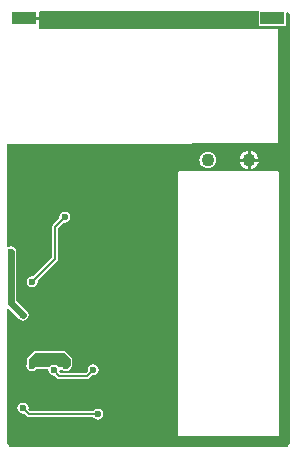
<source format=gbl>
G04*
G04 #@! TF.GenerationSoftware,Altium Limited,Altium Designer,20.2.5 (213)*
G04*
G04 Layer_Physical_Order=2*
G04 Layer_Color=16711680*
%FSLAX25Y25*%
%MOIN*%
G70*
G04*
G04 #@! TF.SameCoordinates,C660A1F6-99E0-4939-AC29-5E4AD158EB90*
G04*
G04*
G04 #@! TF.FilePolarity,Positive*
G04*
G01*
G75*
%ADD23R,0.07874X0.03937*%
%ADD54C,0.00787*%
%ADD58C,0.02362*%
%ADD59C,0.04331*%
%ADD60C,0.02362*%
G36*
X36772Y89027D02*
Y84031D01*
X45906D01*
Y88523D01*
X46256Y88757D01*
X46406Y88761D01*
X46873Y88294D01*
X47130Y87672D01*
Y87335D01*
Y-54134D01*
Y-54404D01*
X47025Y-54933D01*
X46818Y-55432D01*
X46518Y-55881D01*
X46152Y-56248D01*
X-46152D01*
X-46518Y-55881D01*
X-46818Y-55432D01*
X-47025Y-54933D01*
X-47130Y-54404D01*
Y-54134D01*
Y-10170D01*
X-46668Y-9978D01*
X-43038Y-13609D01*
X-42439Y-14009D01*
X-41732Y-14150D01*
X-41026Y-14009D01*
X-40427Y-13609D01*
X-40026Y-13010D01*
X-39886Y-12303D01*
X-40026Y-11597D01*
X-40427Y-10998D01*
X-44020Y-7404D01*
Y8760D01*
X-44160Y9466D01*
X-44561Y10065D01*
X-45160Y10466D01*
X-45866Y10606D01*
X-46573Y10466D01*
X-46689Y10388D01*
X-47130Y10624D01*
Y44880D01*
X14290D01*
X14536Y44929D01*
X14682Y45027D01*
X42618D01*
X42864Y45076D01*
X43072Y45215D01*
X43211Y45423D01*
X43260Y45669D01*
Y82530D01*
X43211Y82776D01*
X43072Y82984D01*
X42864Y83123D01*
X42618Y83172D01*
X-36375D01*
X-36402Y83661D01*
X-36402D01*
Y86130D01*
X-41339D01*
Y87130D01*
X-36402D01*
Y88674D01*
X-36048Y89028D01*
X36772Y89027D01*
D02*
G37*
%LPC*%
G36*
X34063Y42497D02*
Y39870D01*
X36690D01*
X36647Y40196D01*
X36328Y40966D01*
X35820Y41628D01*
X35159Y42135D01*
X34389Y42454D01*
X34063Y42497D01*
D02*
G37*
G36*
X33063D02*
X32737Y42454D01*
X31967Y42135D01*
X31305Y41628D01*
X30798Y40966D01*
X30479Y40196D01*
X30436Y39870D01*
X33063D01*
Y42497D01*
D02*
G37*
G36*
X19783Y42189D02*
X19054Y42093D01*
X18374Y41812D01*
X17790Y41364D01*
X17342Y40780D01*
X17060Y40100D01*
X16964Y39370D01*
X17060Y38640D01*
X17342Y37960D01*
X17790Y37376D01*
X18374Y36928D01*
X19054Y36647D01*
X19783Y36551D01*
X20513Y36647D01*
X21193Y36928D01*
X21777Y37376D01*
X22225Y37960D01*
X22507Y38640D01*
X22603Y39370D01*
X22507Y40100D01*
X22225Y40780D01*
X21777Y41364D01*
X21193Y41812D01*
X20513Y42093D01*
X19783Y42189D01*
D02*
G37*
G36*
X36690Y38870D02*
X34063D01*
Y36243D01*
X34389Y36286D01*
X35159Y36605D01*
X35820Y37113D01*
X36328Y37774D01*
X36647Y38544D01*
X36690Y38870D01*
D02*
G37*
G36*
X33063D02*
X30436D01*
X30479Y38544D01*
X30798Y37774D01*
X31305Y37113D01*
X31967Y36605D01*
X32737Y36286D01*
X33063Y36243D01*
Y38870D01*
D02*
G37*
G36*
X-27898Y22160D02*
X-28605Y22019D01*
X-29204Y21619D01*
X-29604Y21020D01*
X-29744Y20313D01*
X-29683Y20004D01*
X-31840Y17847D01*
X-32067Y17508D01*
X-32146Y17109D01*
X-32146Y17109D01*
Y6901D01*
X-38462Y585D01*
X-38771Y646D01*
X-39478Y506D01*
X-40077Y105D01*
X-40477Y-494D01*
X-40618Y-1200D01*
X-40477Y-1907D01*
X-40077Y-2506D01*
X-39478Y-2906D01*
X-38771Y-3047D01*
X-38065Y-2906D01*
X-37465Y-2506D01*
X-37065Y-1907D01*
X-36925Y-1200D01*
X-36986Y-891D01*
X-30364Y5731D01*
X-30364Y5731D01*
X-30138Y6069D01*
X-30059Y6469D01*
Y16677D01*
X-28207Y18529D01*
X-27898Y18467D01*
X-27191Y18608D01*
X-26592Y19008D01*
X-26192Y19607D01*
X-26052Y20313D01*
X-26192Y21020D01*
X-26592Y21619D01*
X-27191Y22019D01*
X-27898Y22160D01*
D02*
G37*
G36*
X-28179Y-24177D02*
X-28179Y-24177D01*
X-37090D01*
X-37101Y-24180D01*
X-37113Y-24178D01*
X-37753Y-24201D01*
X-37863Y-24227D01*
X-37975Y-24249D01*
X-37985Y-24256D01*
X-37996Y-24258D01*
X-38089Y-24325D01*
X-38184Y-24388D01*
X-40217Y-26422D01*
X-40356Y-26630D01*
X-40405Y-26876D01*
X-40405Y-26876D01*
Y-28146D01*
X-40621Y-28469D01*
X-40762Y-29176D01*
X-40621Y-29883D01*
X-40221Y-30482D01*
X-39622Y-30882D01*
X-38916Y-31023D01*
X-38209Y-30882D01*
X-37610Y-30482D01*
X-37401Y-30170D01*
X-33630D01*
X-33312Y-30556D01*
X-33343Y-30709D01*
X-33202Y-31415D01*
X-32802Y-32014D01*
X-32203Y-32415D01*
X-31496Y-32555D01*
X-31187Y-32494D01*
X-30423Y-33258D01*
X-30084Y-33484D01*
X-29685Y-33563D01*
X-29685Y-33563D01*
X-20413D01*
X-20413Y-33563D01*
X-20014Y-33484D01*
X-19675Y-33258D01*
X-18715Y-32297D01*
X-18406Y-32358D01*
X-17699Y-32218D01*
X-17100Y-31817D01*
X-16700Y-31218D01*
X-16559Y-30512D01*
X-16700Y-29805D01*
X-17100Y-29206D01*
X-17699Y-28806D01*
X-18406Y-28665D01*
X-19112Y-28806D01*
X-19711Y-29206D01*
X-20111Y-29805D01*
X-20252Y-30512D01*
X-20190Y-30821D01*
X-20846Y-31476D01*
X-29253D01*
X-29711Y-31018D01*
X-29650Y-30709D01*
X-29651Y-30703D01*
X-29303Y-30289D01*
X-28920Y-30302D01*
X-28832Y-30434D01*
X-28233Y-30834D01*
X-27526Y-30975D01*
X-26819Y-30834D01*
X-26220Y-30434D01*
X-25820Y-29835D01*
X-25809Y-29778D01*
X-25531Y-29501D01*
X-25392Y-29292D01*
X-25343Y-29047D01*
X-25343Y-29047D01*
Y-27013D01*
X-25392Y-26767D01*
X-25531Y-26559D01*
X-25531Y-26559D01*
X-27725Y-24365D01*
X-27933Y-24226D01*
X-28179Y-24177D01*
D02*
G37*
G36*
X-41831Y-41559D02*
X-42537Y-41700D01*
X-43136Y-42100D01*
X-43537Y-42699D01*
X-43677Y-43406D01*
X-43537Y-44112D01*
X-43136Y-44711D01*
X-42537Y-45112D01*
X-41831Y-45252D01*
X-41522Y-45191D01*
X-40600Y-46112D01*
X-40262Y-46338D01*
X-39862Y-46418D01*
X-39862Y-46418D01*
X-18410D01*
X-18235Y-46680D01*
X-17636Y-47080D01*
X-16929Y-47221D01*
X-16222Y-47080D01*
X-15623Y-46680D01*
X-15223Y-46081D01*
X-15083Y-45374D01*
X-15223Y-44667D01*
X-15623Y-44068D01*
X-16222Y-43668D01*
X-16929Y-43527D01*
X-17636Y-43668D01*
X-18235Y-44068D01*
X-18410Y-44330D01*
X-39430D01*
X-40046Y-43715D01*
X-39984Y-43406D01*
X-40125Y-42699D01*
X-40525Y-42100D01*
X-41124Y-41700D01*
X-41831Y-41559D01*
D02*
G37*
G36*
X42815Y35610D02*
X10531D01*
X10224Y35549D01*
X9964Y35375D01*
X9790Y35114D01*
X9729Y34807D01*
Y-51807D01*
X9790Y-52114D01*
X9964Y-52375D01*
X10224Y-52549D01*
X10531Y-52610D01*
X42815D01*
X43122Y-52549D01*
X43383Y-52375D01*
X43557Y-52114D01*
X43618Y-51807D01*
Y34807D01*
X43557Y35114D01*
X43383Y35375D01*
X43122Y35549D01*
X42815Y35610D01*
D02*
G37*
%LPD*%
G36*
X-25985Y-27013D02*
Y-29047D01*
X-26466Y-29528D01*
X-30107D01*
X-30190Y-29403D01*
X-30789Y-29003D01*
X-31496Y-28862D01*
X-32203Y-29003D01*
X-32802Y-29403D01*
X-32885Y-29528D01*
X-38642D01*
X-38666Y-29504D01*
X-39192D01*
X-39763Y-28932D01*
Y-26876D01*
X-37730Y-24843D01*
X-37090Y-24820D01*
X-28179D01*
X-25985Y-27013D01*
D02*
G37*
D23*
X-41339Y86630D02*
D03*
X41339D02*
D03*
D54*
X-31496Y-30709D02*
X-29685Y-32520D01*
X-20413D01*
X-18406Y-30512D01*
X-31102Y17109D02*
X-27898Y20313D01*
X-31102Y6469D02*
Y17109D01*
X-38771Y-1200D02*
X-31102Y6469D01*
X-39862Y-45374D02*
X-16929D01*
X-41831Y-43406D02*
X-39862Y-45374D01*
D58*
X-45866Y-8169D02*
X-41732Y-12303D01*
X-45866Y-8169D02*
Y8760D01*
D59*
X19783Y39370D02*
D03*
X33563D02*
D03*
D60*
X-8224Y43679D02*
D03*
X-7554Y-5397D02*
D03*
X-2080Y-23456D02*
D03*
X-21214Y-17562D02*
D03*
X-16240Y-18110D02*
D03*
X-388Y7619D02*
D03*
X-2303Y-43503D02*
D03*
X42520Y42618D02*
D03*
X-36013Y-35197D02*
D03*
X-23720Y-30315D02*
D03*
X-26870Y8268D02*
D03*
X-17618Y8071D02*
D03*
X-17717Y-492D02*
D03*
X-26870Y-591D02*
D03*
X-45866Y8760D02*
D03*
X-41732Y-12303D02*
D03*
X-31496Y-30709D02*
D03*
X-41831Y-43406D02*
D03*
X-16929Y-45374D02*
D03*
X-37439Y-26715D02*
D03*
X-38916Y-29176D02*
D03*
X-27526Y-29128D02*
D03*
X-29002Y-26668D02*
D03*
X-18406Y-30512D02*
D03*
X-33169Y-55134D02*
D03*
X-39429Y-39567D02*
D03*
X-31791Y-16240D02*
D03*
X-29539Y-40858D02*
D03*
X-38771Y-1200D02*
D03*
X-27898Y20313D02*
D03*
X-38858Y2772D02*
D03*
X-42770Y8909D02*
D03*
X-37768Y17726D02*
D03*
X-41882Y24795D02*
D03*
X-26397Y37463D02*
D03*
X-16142Y31693D02*
D03*
Y34646D02*
D03*
Y37598D02*
D03*
Y40551D02*
D03*
Y43504D02*
D03*
X-23254Y37550D02*
D03*
Y40503D02*
D03*
Y43455D02*
D03*
X-32407Y27215D02*
D03*
X-27916Y28766D02*
D03*
X-26305Y33219D02*
D03*
X-11097Y-18095D02*
D03*
X1107Y-8252D02*
D03*
X-1245Y12807D02*
D03*
X-14261Y24063D02*
D03*
X3076Y29937D02*
D03*
M02*

</source>
